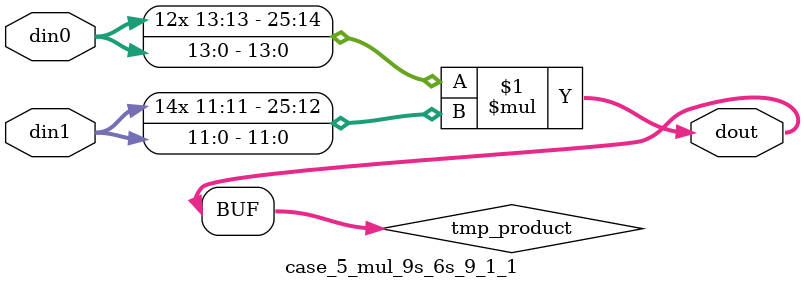
<source format=v>

`timescale 1 ns / 1 ps

 module case_5_mul_9s_6s_9_1_1(din0, din1, dout);
parameter ID = 1;
parameter NUM_STAGE = 0;
parameter din0_WIDTH = 14;
parameter din1_WIDTH = 12;
parameter dout_WIDTH = 26;

input [din0_WIDTH - 1 : 0] din0; 
input [din1_WIDTH - 1 : 0] din1; 
output [dout_WIDTH - 1 : 0] dout;

wire signed [dout_WIDTH - 1 : 0] tmp_product;



























assign tmp_product = $signed(din0) * $signed(din1);








assign dout = tmp_product;





















endmodule

</source>
